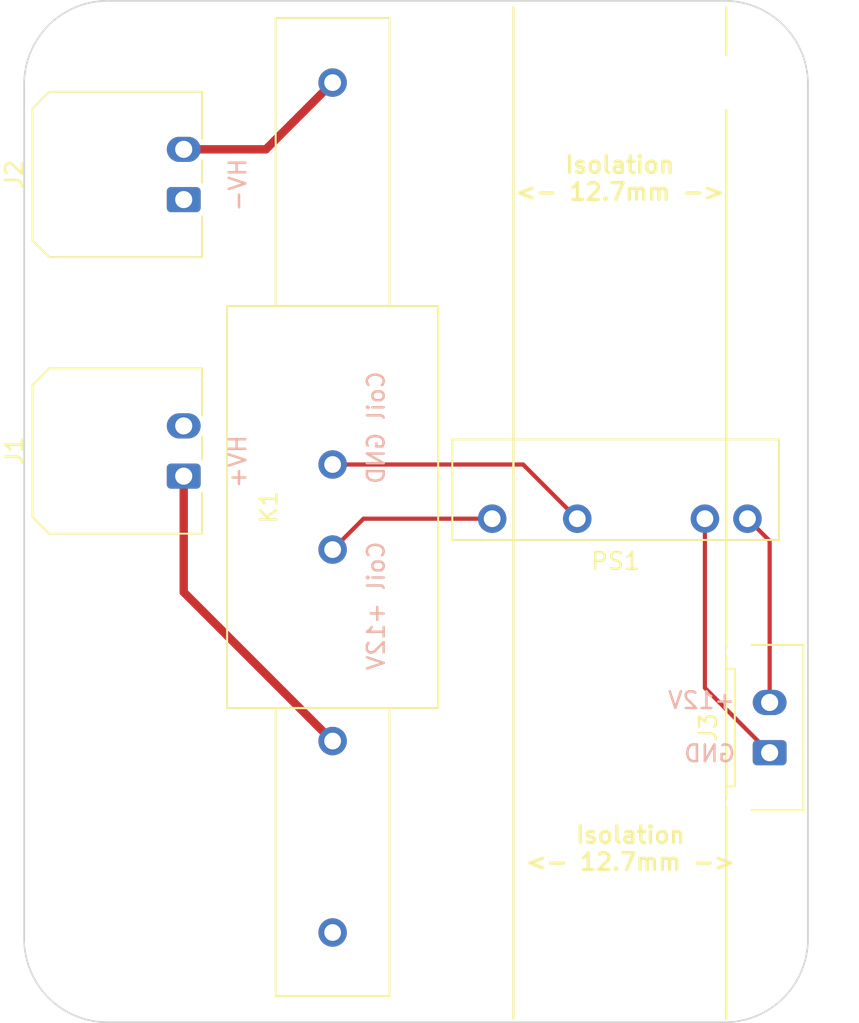
<source format=kicad_pcb>
(kicad_pcb (version 20221018) (generator pcbnew)
  (title_block (title "Discharge Relay Breakout PCB") (date "01/01/2022") (rev "1.0.2") (company "SUFST") (comment 1 "STAG 9") (comment 3 "Marek Frodyma"))
  (layers (0 "F.Cu" signal) (31 "B.Cu" signal) (34 "B.Paste" user) (35 "F.Paste" user) (36 "B.SilkS" user "B.Silkscreen") (37 "F.SilkS" user "F.Silkscreen") (38 "B.Mask" user) (39 "F.Mask" user) (44 "Edge.Cuts" user))
  (net 0 "")
  (net 2 "Net-(PS1--Vout)")
  (net 3 "GND")
  (net 4 "+12V")
  (net 5 "Net-(PS1-+Vout)")
  (net 6 "Net-(J1-Pin_1)")
  (net 9 "Net-(J2-Pin_2)")
  (footprint "MountingHole:MountingHole_3.2mm_M3" (layer "F.Cu") (at 153.035 106.68)
    (fp_text reference "REF**" hide)
    (fp_text value "MountingHole_3.2mm_M3" hide)
    (pad "" np_thru_hole circle (at 0 0) (size 3.2 3.2) (drill 3.2) (layers "*.Cu" "*.Mask"))
  )
  (footprint "Connector_Molex:Molex_Micro-Fit_3.0_43650-0215_1x02_P3.00mm_Vertical" (layer "F.Cu") (at 192.46 95.885 90)
    (fp_text reference "J3" (at 1.5 -3.67 90) (layer "F.SilkS"))
    (fp_text value "SHUT")
    (fp_line (start -3.435 -1.065) (end -3.435 2.01) (stroke (width 0.12)) (layer "F.SilkS"))
    (fp_line (start -3.435 2.01) (end 6.435 2.01) (stroke (width 0.12)) (layer "F.SilkS"))
    (fp_line (start -2.015 -2.58) (end -2.015 -2.08) (stroke (width 0.12)) (layer "F.SilkS"))
    (fp_line (start -2.015 -2.08) (end 5.015 -2.08) (stroke (width 0.12)) (layer "F.SilkS"))
    (fp_line (start -1.995 -2.58) (end -2.015 -2.58) (stroke (width 0.12)) (layer "F.SilkS"))
    (fp_line (start 5.015 -2.58) (end 4.995 -2.58) (stroke (width 0.12)) (layer "F.SilkS"))
    (fp_line (start 5.015 -2.08) (end 5.015 -2.58) (stroke (width 0.12)) (layer "F.SilkS"))
    (fp_line (start 6.435 2.01) (end 6.435 -1.065) (stroke (width 0.12)) (layer "F.SilkS"))
    (pad "" np_thru_hole circle (at -3 -1.96 90) (size 1.27 1.27) (drill 1.27) (layers "*.Cu" "*.Mask"))
    (pad "" np_thru_hole circle (at 6 -1.96 90) (size 1.27 1.27) (drill 1.27) (layers "*.Cu" "*.Mask"))
    (pad "1" thru_hole roundrect (at 0 0 90) (size 1.5 2.02) (drill 1.02) (layers "*.Cu" "*.Mask") (roundrect_rratio 0.166667) (net 3 "GND"))
    (pad "2" thru_hole oval (at 3 0 90) (size 1.5 2.02) (drill 1.02) (layers "*.Cu" "*.Mask") (net 4 "+12V"))
  )
  (footprint "SUFST:0.5S7B_1212S3UP" (layer "F.Cu") (at 183.265 81.915 180)
    (fp_text reference "PS1" (at 0 -2.54 unlocked) (layer "F.SilkS"))
    (fp_text value "0.5S7B_1212S3UP")
    (fp_rect (start -9.75 4.73) (end 9.75 -1.27) (stroke (width 0.12)) (fill none) (layer "F.SilkS"))
    (pad "1" thru_hole circle (at -7.87 0 180) (size 1.7 1.7) (drill 1) (layers "*.Cu" "*.Mask") (net 4 "+12V"))
    (pad "2" thru_hole circle (at -5.33 0 180) (size 1.7 1.7) (drill 1) (layers "*.Cu" "*.Mask") (net 3 "GND"))
    (pad "5" thru_hole circle (at 2.29 0 180) (size 1.7 1.7) (drill 1) (layers "*.Cu" "*.Mask") (net 2 "Net-(PS1--Vout)"))
    (pad "7" thru_hole circle (at 7.37 0 180) (size 1.7 1.7) (drill 1) (layers "*.Cu" "*.Mask") (net 5 "Net-(PS1-+Vout)"))
  )
  (footprint "Connector_Molex:Molex_Micro-Fit_3.0_43650-0200_1x02_P3.00mm_Horizontal" (layer "F.Cu") (at 157.48 62.865 90)
    (fp_text reference "J2" (at 1.5 -10.12 90) (layer "F.SilkS"))
    (fp_text value "HV-")
    (fp_line (start -3.435 -8.03) (end -2.435 -9.03) (stroke (width 0.12)) (layer "F.SilkS"))
    (fp_line (start -3.435 1.09) (end -3.435 -8.03) (stroke (width 0.12)) (layer "F.SilkS"))
    (fp_line (start -3.435 1.09) (end -1.01 1.09) (stroke (width 0.12)) (layer "F.SilkS"))
    (fp_line (start -2.435 -9.03) (end 5.435 -9.03) (stroke (width 0.12)) (layer "F.SilkS"))
    (fp_line (start 1.01 1.09) (end 2.348233 1.09) (stroke (width 0.12)) (layer "F.SilkS"))
    (fp_line (start 5.435 -9.03) (end 6.435 -8.03) (stroke (width 0.12)) (layer "F.SilkS"))
    (fp_line (start 6.435 -8.03) (end 6.435 1.09) (stroke (width 0.12)) (layer "F.SilkS"))
    (fp_line (start 6.435 1.09) (end 3.651767 1.09) (stroke (width 0.12)) (layer "F.SilkS"))
    (pad "" np_thru_hole circle (at 1.5 -4.32 90) (size 3 3) (drill 3) (layers "*.Cu" "*.Mask"))
    (pad "1" thru_hole roundrect (at 0 0 90) (size 1.5 2.02) (drill 1.02) (layers "*.Cu" "*.Mask") (roundrect_rratio 0.166667))
    (pad "2" thru_hole oval (at 3 0 90) (size 1.5 2.02) (drill 1.02) (layers "*.Cu" "*.Mask") (net 9 "Net-(J2-Pin_2)"))
  )
  (footprint "Connector_Molex:Molex_Micro-Fit_3.0_43650-0200_1x02_P3.00mm_Horizontal" (layer "F.Cu") (at 157.48 79.375 90)
    (fp_text reference "J1" (at 1.5 -10.12 90) (layer "F.SilkS"))
    (fp_text value "HV+")
    (fp_line (start -3.435 -8.03) (end -2.435 -9.03) (stroke (width 0.12)) (layer "F.SilkS"))
    (fp_line (start -3.435 1.09) (end -3.435 -8.03) (stroke (width 0.12)) (layer "F.SilkS"))
    (fp_line (start -3.435 1.09) (end -1.01 1.09) (stroke (width 0.12)) (layer "F.SilkS"))
    (fp_line (start -2.435 -9.03) (end 5.435 -9.03) (stroke (width 0.12)) (layer "F.SilkS"))
    (fp_line (start 1.01 1.09) (end 2.348233 1.09) (stroke (width 0.12)) (layer "F.SilkS"))
    (fp_line (start 5.435 -9.03) (end 6.435 -8.03) (stroke (width 0.12)) (layer "F.SilkS"))
    (fp_line (start 6.435 -8.03) (end 6.435 1.09) (stroke (width 0.12)) (layer "F.SilkS"))
    (fp_line (start 6.435 1.09) (end 3.651767 1.09) (stroke (width 0.12)) (layer "F.SilkS"))
    (pad "" np_thru_hole circle (at 1.5 -4.32 90) (size 3 3) (drill 3) (layers "*.Cu" "*.Mask"))
    (pad "1" thru_hole roundrect (at 0 0 90) (size 1.5 2.02) (drill 1.02) (layers "*.Cu" "*.Mask") (roundrect_rratio 0.166667) (net 6 "Net-(J1-Pin_1)"))
    (pad "2" thru_hole oval (at 3 0 90) (size 1.5 2.02) (drill 1.02) (layers "*.Cu" "*.Mask"))
  )
  (footprint "SUFST:pickering-67-1-c" (layer "F.Cu") (at 166.37 81.22 90)
    (fp_text reference "K1" (at 0 -3.81 90 unlocked) (layer "F.SilkS"))
    (fp_text value "SPDT")
    (fp_rect (start -29.2 -3.4) (end -12 3.4) (stroke (width 0.12)) (fill none) (layer "F.SilkS"))
    (fp_rect (start -12 -6.3) (end 12 6.3) (stroke (width 0.12)) (fill none) (layer "F.SilkS"))
    (fp_rect (start 12 -3.4) (end 29.2 3.4) (stroke (width 0.12)) (fill none) (layer "F.SilkS"))
    (pad "1" thru_hole circle (at -25.4 0 90) (size 1.7 1.7) (drill 1) (layers "*.Cu" "*.Mask"))
    (pad "2" thru_hole circle (at -13.97 0 90) (size 1.7 1.7) (drill 1) (layers "*.Cu" "*.Mask") (net 6 "Net-(J1-Pin_1)"))
    (pad "3" thru_hole circle (at -2.54 0 90) (size 1.7 1.7) (drill 1) (layers "*.Cu" "*.Mask") (net 5 "Net-(PS1-+Vout)"))
    (pad "5" thru_hole circle (at 2.54 0 90) (size 1.7 1.7) (drill 1) (layers "*.Cu" "*.Mask") (net 2 "Net-(PS1--Vout)"))
    (pad "7" thru_hole circle (at 25.34 0 90) (size 1.7 1.7) (drill 1) (layers "*.Cu" "*.Mask") (net 9 "Net-(J2-Pin_2)"))
  )
  (footprint "MountingHole:MountingHole_3.2mm_M3" (layer "F.Cu") (at 189.865 55.88)
    (fp_text reference "REF**" hide)
    (fp_text value "MountingHole_3.2mm_M3" hide)
    (pad "" np_thru_hole circle (at 0 0) (size 3.2 3.2) (drill 3.2) (layers "*.Cu" "*.Mask"))
  )
  (gr_line (start 189.865 111.76) (end 189.865 51.391) (stroke (width 0.15)) (layer "F.SilkS"))
  (gr_line (start 177.165 51.391) (end 177.165 111.76) (stroke (width 0.15)) (layer "F.SilkS"))
  (gr_line (start 194.745 56.08) (end 194.745 107.097898) (stroke (width 0.1)) (layer "Edge.Cuts"))
  (gr_line (start 152.835 111.977898) (end 189.665 111.977898) (stroke (width 0.1)) (layer "Edge.Cuts"))
  (gr_line (start 189.865 51) (end 153.035 51) (stroke (width 0.1)) (layer "Edge.Cuts"))
  (gr_line (start 147.955 55.88) (end 147.955 106.897898) (stroke (width 0.1)) (layer "Edge.Cuts"))
  (gr_arc (start 147.955 55.88) (mid 149.484319 52.387898) (end 153.035 51) (stroke (width 0.1)) (layer "Edge.Cuts"))
  (gr_arc (start 189.865 51) (mid 193.357102 52.529319) (end 194.745 56.08) (stroke (width 0.1)) (layer "Edge.Cuts"))
  (gr_arc (start 194.745 107.097898) (mid 193.215681 110.59) (end 189.665 111.977898) (stroke (width 0.1)) (layer "Edge.Cuts"))
  (gr_arc (start 152.835 111.977898) (mid 149.342898 110.448579) (end 147.955 106.897898) (stroke (width 0.1)) (layer "Edge.Cuts"))
  (gr_text "Coil +12V" (at 169.545 83.185 90) (layer "B.SilkS") (effects (font (size 1 1)) (justify left bottom mirror)))
  (gr_text "HV+\n" (at 161.29 76.835 90) (layer "B.SilkS") (effects (font (size 1 1)) (justify left bottom mirror)))
  (gr_text "+12V" (at 190.5 93.345) (layer "B.SilkS") (effects (font (size 1 1)) (justify left bottom mirror)))
  (gr_text "Coil GND" (at 169.545 73.025 90) (layer "B.SilkS") (effects (font (size 1 1)) (justify left bottom mirror)))
  (gr_text "GND" (at 190.5 96.52) (layer "B.SilkS") (effects (font (size 1 1)) (justify left bottom mirror)))
  (gr_text "HV-" (at 161.29 60.325 90) (layer "B.SilkS") (effects (font (size 1 1)) (justify left bottom mirror)))
  (gr_text "Isolation\n<- 12.7mm ->" (at 183.515 61.595) (layer "F.SilkS") (effects (font (size 1 1) (thickness 0.2))))
  (gr_text "Isolation\n<- 12.7mm ->" (at 184.15 101.6) (layer "F.SilkS") (effects (font (size 1 1) (thickness 0.2))))
  (segment (start 177.74 78.68) (end 166.37 78.68) (width 0.25) (layer "F.Cu") (net 2))
  (segment (start 180.975 81.915) (end 177.74 78.68) (width 0.25) (layer "F.Cu") (net 2))
  (segment (start 188.595 81.915) (end 188.595 92.02) (width 0.25) (layer "F.Cu") (net 3))
  (segment (start 188.595 92.02) (end 192.46 95.885) (width 0.25) (layer "F.Cu") (net 3))
  (segment (start 192.46 83.24) (end 191.135 81.915) (width 0.25) (layer "F.Cu") (net 4))
  (segment (start 192.46 92.885) (end 192.46 83.24) (width 0.25) (layer "F.Cu") (net 4))
  (segment (start 168.215 81.915) (end 166.37 83.76) (width 0.25) (layer "F.Cu") (net 5))
  (segment (start 175.895 81.915) (end 168.215 81.915) (width 0.25) (layer "F.Cu") (net 5))
  (segment (start 157.48 79.375) (end 157.48 86.3) (width 0.5) (layer "F.Cu") (net 6))
  (segment (start 157.48 86.3) (end 166.37 95.19) (width 0.5) (layer "F.Cu") (net 6))
  (segment (start 162.385 59.865) (end 166.37 55.88) (width 0.5) (layer "F.Cu") (net 9))
  (segment (start 157.48 59.865) (end 162.385 59.865) (width 0.5) (layer "F.Cu") (net 9))
)
</source>
